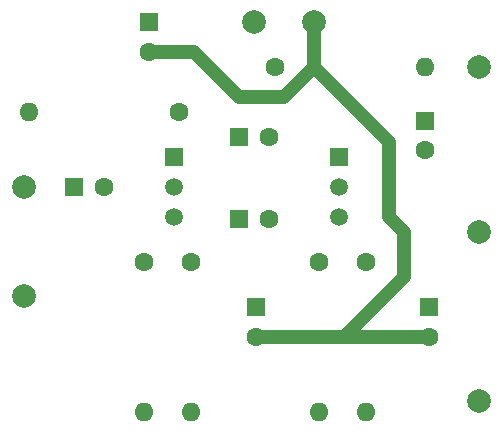
<source format=gtl>
%TF.GenerationSoftware,KiCad,Pcbnew,(6.0.0)*%
%TF.CreationDate,2023-03-17T17:00:08+09:00*%
%TF.ProjectId,2sk117 amplifier,32736b31-3137-4206-916d-706c69666965,rev?*%
%TF.SameCoordinates,Original*%
%TF.FileFunction,Copper,L1,Top*%
%TF.FilePolarity,Positive*%
%FSLAX46Y46*%
G04 Gerber Fmt 4.6, Leading zero omitted, Abs format (unit mm)*
G04 Created by KiCad (PCBNEW (6.0.0)) date 2023-03-17 17:00:08*
%MOMM*%
%LPD*%
G01*
G04 APERTURE LIST*
%TA.AperFunction,ComponentPad*%
%ADD10R,1.600000X1.600000*%
%TD*%
%TA.AperFunction,ComponentPad*%
%ADD11C,1.600000*%
%TD*%
%TA.AperFunction,ComponentPad*%
%ADD12C,2.000000*%
%TD*%
%TA.AperFunction,ComponentPad*%
%ADD13R,1.500000X1.500000*%
%TD*%
%TA.AperFunction,ComponentPad*%
%ADD14C,1.500000*%
%TD*%
%TA.AperFunction,ComponentPad*%
%ADD15O,1.600000X1.600000*%
%TD*%
%TA.AperFunction,Conductor*%
%ADD16C,1.200000*%
%TD*%
G04 APERTURE END LIST*
D10*
X54619534Y-68720051D03*
D11*
X57119534Y-68720051D03*
D12*
X60960000Y-52070000D03*
D13*
X63050000Y-63490000D03*
D14*
X63050000Y-66030000D03*
X63050000Y-68570000D03*
D12*
X74930000Y-55880000D03*
D10*
X46990000Y-52070000D03*
D11*
X46990000Y-54570000D03*
D10*
X70710982Y-76207322D03*
D11*
X70710982Y-78707322D03*
X61365849Y-72386832D03*
D15*
X61365849Y-85086832D03*
D11*
X49530000Y-59690000D03*
D15*
X36830000Y-59690000D03*
D11*
X46523160Y-72352850D03*
D15*
X46523160Y-85052850D03*
D10*
X70359662Y-60397886D03*
D11*
X70359662Y-62897886D03*
D12*
X36382230Y-66040000D03*
D13*
X49080000Y-63490000D03*
D14*
X49080000Y-66030000D03*
X49080000Y-68570000D03*
D11*
X57615623Y-55880000D03*
D15*
X70315623Y-55880000D03*
D11*
X65370906Y-72386832D03*
D15*
X65370906Y-85086832D03*
D12*
X36382230Y-75271359D03*
X74930000Y-69850000D03*
X74930000Y-84147172D03*
X55880000Y-52070000D03*
D11*
X50537976Y-72352850D03*
D15*
X50537976Y-85052850D03*
D10*
X54619534Y-61810834D03*
D11*
X57119534Y-61810834D03*
D10*
X56025773Y-76207322D03*
D11*
X56025773Y-78707322D03*
D10*
X40640000Y-66040000D03*
D11*
X43140000Y-66040000D03*
D16*
X63532678Y-78707322D02*
X68580000Y-73660000D01*
X46990000Y-54570000D02*
X50760000Y-54570000D01*
X70710982Y-78707322D02*
X62262678Y-78707322D01*
X68580000Y-69850000D02*
X67310000Y-68580000D01*
X68580000Y-73660000D02*
X68580000Y-69850000D01*
X58420000Y-58420000D02*
X60960000Y-55880000D01*
X62262678Y-78707322D02*
X63532678Y-78707322D01*
X67310000Y-62230000D02*
X60960000Y-55880000D01*
X50760000Y-54570000D02*
X54610000Y-58420000D01*
X54610000Y-58420000D02*
X58420000Y-58420000D01*
X56025773Y-78707322D02*
X62262678Y-78707322D01*
X67310000Y-68580000D02*
X67310000Y-62230000D01*
X60960000Y-55880000D02*
X60960000Y-52070000D01*
M02*

</source>
